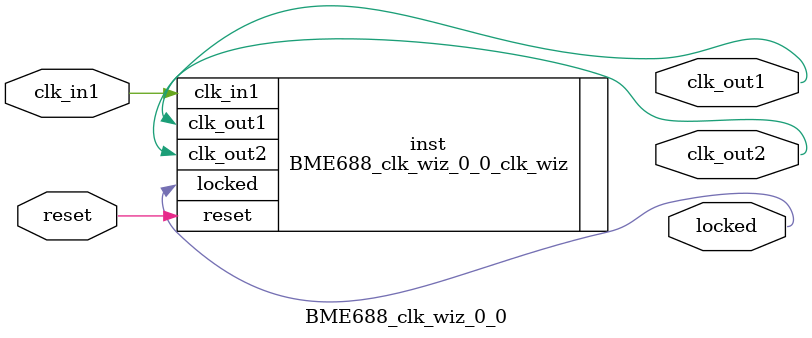
<source format=v>


`timescale 1ps/1ps

(* CORE_GENERATION_INFO = "BME688_clk_wiz_0_0,clk_wiz_v6_0_13_0_0,{component_name=BME688_clk_wiz_0_0,use_phase_alignment=true,use_min_o_jitter=false,use_max_i_jitter=false,use_dyn_phase_shift=false,use_inclk_switchover=false,use_dyn_reconfig=false,enable_axi=0,feedback_source=FDBK_AUTO,PRIMITIVE=MMCM,num_out_clk=2,clkin1_period=12.308,clkin2_period=10.000,use_power_down=false,use_reset=true,use_locked=true,use_inclk_stopped=false,feedback_type=SINGLE,CLOCK_MGR_TYPE=NA,manual_override=false}" *)

module BME688_clk_wiz_0_0 
 (
  // Clock out ports
  output        clk_out1,
  output        clk_out2,
  // Status and control signals
  input         reset,
  output        locked,
 // Clock in ports
  input         clk_in1
 );

  BME688_clk_wiz_0_0_clk_wiz inst
  (
  // Clock out ports  
  .clk_out1(clk_out1),
  .clk_out2(clk_out2),
  // Status and control signals               
  .reset(reset), 
  .locked(locked),
 // Clock in ports
  .clk_in1(clk_in1)
  );

endmodule

</source>
